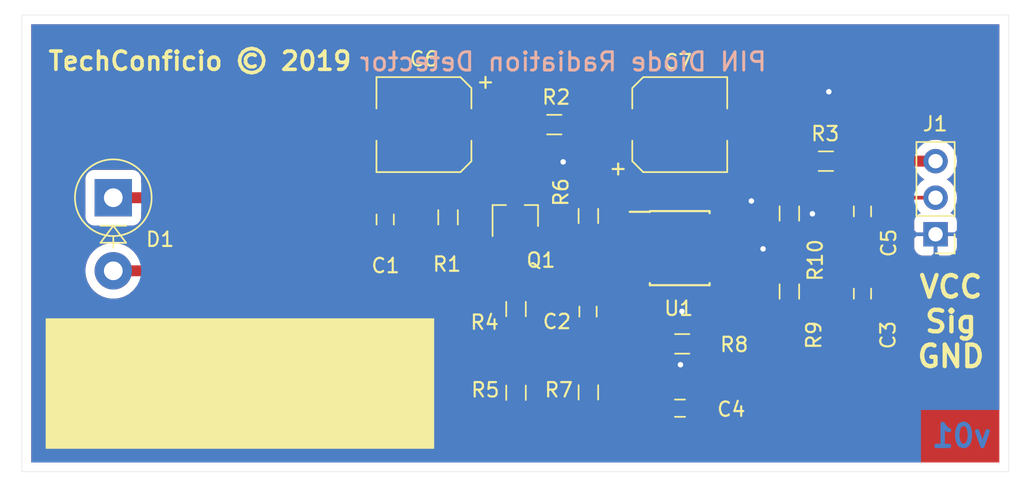
<source format=kicad_pcb>
(kicad_pcb (version 20221018) (generator pcbnew)
  (title_block (title "PIN Diode Radiation Detector Breakout") (rev "1") (comment 2 "creativecommons.org/licenses/by/4.0/") (comment 3 "License: CC BY 4.0") (comment 4 "Author: Steven Knudsen"))
  (layers (0 "F.Cu" signal) (31 "B.Cu" signal) (34 "B.Paste" user) (35 "F.Paste" user) (36 "B.SilkS" user "B.Silkscreen") (37 "F.SilkS" user "F.Silkscreen") (38 "B.Mask" user) (39 "F.Mask" user) (44 "Edge.Cuts" user))
  (net 0 "")
  (net 1 "GND")
  (net 2 "Net-(C1-Pad1)")
  (net 3 "Net-(C2-Pad1)")
  (net 4 "Net-(C3-Pad1)")
  (net 5 "Net-(C4-Pad2)")
  (net 6 "Net-(C4-Pad1)")
  (net 7 "Net-(C5-Pad1)")
  (net 8 "Net-(C5-Pad2)")
  (net 9 "Net-(C6-Pad1)")
  (net 10 "Net-(C7-Pad1)")
  (net 11 "Net-(D1-Pad2)")
  (net 12 "Net-(Q1-Pad2)")
  (net 13 "Net-(R4-Pad1)")
  (net 14 "Net-(J1-Pad3)")
  (footprint "Capacitors_SMD:C_0603_HandSoldering" (layer "F.Cu") (at 181.5846 96.8146 90)
    (fp_text reference "C2" (at -0.696 -2.159 180) (layer "F.SilkS"))
    (fp_text value "100n")
    (fp_line (start -0.35 -0.6) (end 0.35 -0.6) (stroke (width 0.12)) (layer "F.SilkS"))
    (fp_line (start 0.35 0.6) (end -0.35 0.6) (stroke (width 0.12)) (layer "F.SilkS"))
    (pad "1" smd rect (at -0.95 0 90) (size 1.2 0.75) (layers "F.Cu" "F.Paste" "F.Mask") (net 3 "Net-(C2-Pad1)"))
    (pad "2" smd rect (at 0.95 0 90) (size 1.2 0.75) (layers "F.Cu" "F.Paste" "F.Mask") (net 1 "GND"))
  )
  (footprint "Capacitors_SMD:C_0603_HandSoldering" (layer "F.Cu") (at 200.66 95.57 90)
    (fp_text reference "C3" (at -2.8804 1.778 270) (layer "F.SilkS"))
    (fp_text value "100n")
    (fp_line (start -0.35 -0.6) (end 0.35 -0.6) (stroke (width 0.12)) (layer "F.SilkS"))
    (fp_line (start 0.35 0.6) (end -0.35 0.6) (stroke (width 0.12)) (layer "F.SilkS"))
    (pad "1" smd rect (at -0.95 0 90) (size 1.2 0.75) (layers "F.Cu" "F.Paste" "F.Mask") (net 4 "Net-(C3-Pad1)"))
    (pad "2" smd rect (at 0.95 0 90) (size 1.2 0.75) (layers "F.Cu" "F.Paste" "F.Mask") (net 1 "GND"))
  )
  (footprint "Capacitors_SMD:C_0603_HandSoldering" (layer "F.Cu") (at 187.9752 103.5304 180)
    (fp_text reference "C4" (at -3.5662 -0.0762) (layer "F.SilkS"))
    (fp_text value "47p")
    (fp_line (start -0.35 -0.6) (end 0.35 -0.6) (stroke (width 0.12)) (layer "F.SilkS"))
    (fp_line (start 0.35 0.6) (end -0.35 0.6) (stroke (width 0.12)) (layer "F.SilkS"))
    (pad "1" smd rect (at -0.95 0 180) (size 1.2 0.75) (layers "F.Cu" "F.Paste" "F.Mask") (net 6 "Net-(C4-Pad1)"))
    (pad "2" smd rect (at 0.95 0 180) (size 1.2 0.75) (layers "F.Cu" "F.Paste" "F.Mask") (net 5 "Net-(C4-Pad2)"))
  )
  (footprint "Capacitors_SMD:CP_Elec_6.3x5.8" (layer "F.Cu") (at 170.18 83.82 180)
    (fp_text reference "C6" (at 0 4.56) (layer "F.SilkS"))
    (fp_text value "100u")
    (fp_text user "+" (at -4.28 3.01) (layer "F.SilkS"))
    (fp_line (start -3.3 -2.54) (end -3.3 -1.12) (stroke (width 0.12)) (layer "F.SilkS"))
    (fp_line (start -3.3 -2.54) (end -2.54 -3.3) (stroke (width 0.12)) (layer "F.SilkS"))
    (fp_line (start -3.3 2.54) (end -3.3 1.12) (stroke (width 0.12)) (layer "F.SilkS"))
    (fp_line (start -2.54 -3.3) (end 3.3 -3.3) (stroke (width 0.12)) (layer "F.SilkS"))
    (fp_line (start -2.54 3.3) (end -3.3 2.54) (stroke (width 0.12)) (layer "F.SilkS"))
    (fp_line (start 3.3 -3.3) (end 3.3 -1.12) (stroke (width 0.12)) (layer "F.SilkS"))
    (fp_line (start 3.3 3.3) (end -2.54 3.3) (stroke (width 0.12)) (layer "F.SilkS"))
    (fp_line (start 3.3 3.3) (end 3.3 1.12) (stroke (width 0.12)) (layer "F.SilkS"))
    (pad "1" smd rect (at -2.7 0) (size 3.5 1.6) (layers "F.Cu" "F.Paste" "F.Mask") (net 9 "Net-(C6-Pad1)"))
    (pad "2" smd rect (at 2.7 0) (size 3.5 1.6) (layers "F.Cu" "F.Paste" "F.Mask") (net 1 "GND"))
  )
  (footprint "Capacitors_SMD:CP_Elec_6.3x5.8" (layer "F.Cu") (at 187.96 83.82)
    (fp_text reference "C7" (at -0.127 -4.3688) (layer "F.SilkS"))
    (fp_text value "100u")
    (fp_text user "+" (at -4.28 3.01) (layer "F.SilkS"))
    (fp_line (start -3.3 -2.54) (end -3.3 -1.12) (stroke (width 0.12)) (layer "F.SilkS"))
    (fp_line (start -3.3 -2.54) (end -2.54 -3.3) (stroke (width 0.12)) (layer "F.SilkS"))
    (fp_line (start -3.3 2.54) (end -3.3 1.12) (stroke (width 0.12)) (layer "F.SilkS"))
    (fp_line (start -2.54 -3.3) (end 3.3 -3.3) (stroke (width 0.12)) (layer "F.SilkS"))
    (fp_line (start -2.54 3.3) (end -3.3 2.54) (stroke (width 0.12)) (layer "F.SilkS"))
    (fp_line (start 3.3 -3.3) (end 3.3 -1.12) (stroke (width 0.12)) (layer "F.SilkS"))
    (fp_line (start 3.3 3.3) (end -2.54 3.3) (stroke (width 0.12)) (layer "F.SilkS"))
    (fp_line (start 3.3 3.3) (end 3.3 1.12) (stroke (width 0.12)) (layer "F.SilkS"))
    (pad "1" smd rect (at -2.7 0 180) (size 3.5 1.6) (layers "F.Cu" "F.Paste" "F.Mask") (net 10 "Net-(C7-Pad1)"))
    (pad "2" smd rect (at 2.7 0 180) (size 3.5 1.6) (layers "F.Cu" "F.Paste" "F.Mask") (net 1 "GND"))
  )
  (footprint "Diodes_ThroughHole:D_DO-201_P5.08mm_Vertical_AnodeUp" (layer "F.Cu") (at 148.59 88.9 -90)
    (fp_text reference "D1" (at 2.8956 -3.2512 180) (layer "F.SilkS"))
    (fp_text value "BPW34")
    (fp_line (start 1.947333 -0.889) (end 1.947333 0.889) (stroke (width 0.12)) (layer "F.SilkS"))
    (fp_line (start 1.947333 0) (end 3.132667 -0.889) (stroke (width 0.12)) (layer "F.SilkS"))
    (fp_line (start 2.665 0) (end 3.48 0) (stroke (width 0.12)) (layer "F.SilkS"))
    (fp_line (start 3.132667 -0.889) (end 3.132667 0.889) (stroke (width 0.12)) (layer "F.SilkS"))
    (fp_line (start 3.132667 0.889) (end 1.947333 0) (stroke (width 0.12)) (layer "F.SilkS"))
    (fp_circle (center 0 0) (end 2.665 0) (stroke (width 0.12)) (fill none) (layer "F.SilkS"))
    (pad "1" thru_hole rect (at 0 0 270) (size 2.6 2.6) (drill 1.3) (layers "*.Cu" "*.Mask") (net 2 "Net-(C1-Pad1)"))
    (pad "2" thru_hole oval (at 5.08 0 270) (size 2.6 2.6) (drill 1.3) (layers "*.Cu" "*.Mask") (net 11 "Net-(D1-Pad2)"))
  )
  (footprint "Pin_Headers:Pin_Header_Straight_1x03_Pitch2.54mm" (layer "F.Cu") (at 205.74 91.44 180)
    (fp_text reference "J1" (at 0.0254 7.6708) (layer "F.SilkS"))
    (fp_text value "Conn_01x03")
    (fp_line (start -1.33 -1.33) (end 0 -1.33) (stroke (width 0.12)) (layer "F.SilkS"))
    (fp_line (start -1.33 0) (end -1.33 -1.33) (stroke (width 0.12)) (layer "F.SilkS"))
    (fp_line (start -1.33 1.27) (end -1.33 6.41) (stroke (width 0.12)) (layer "F.SilkS"))
    (fp_line (start -1.33 1.27) (end 1.33 1.27) (stroke (width 0.12)) (layer "F.SilkS"))
    (fp_line (start -1.33 6.41) (end 1.33 6.41) (stroke (width 0.12)) (layer "F.SilkS"))
    (fp_line (start 1.33 1.27) (end 1.33 6.41) (stroke (width 0.12)) (layer "F.SilkS"))
    (pad "1" thru_hole rect (at 0 0 180) (size 1.7 1.7) (drill 1) (layers "*.Cu" "*.Mask") (net 1 "GND"))
    (pad "2" thru_hole oval (at 0 2.54 180) (size 1.7 1.7) (drill 1) (layers "*.Cu" "*.Mask") (net 7 "Net-(C5-Pad1)"))
    (pad "3" thru_hole oval (at 0 5.08 180) (size 1.7 1.7) (drill 1) (layers "*.Cu" "*.Mask") (net 14 "Net-(J1-Pad3)"))
  )
  (footprint "TO_SOT_Packages_SMD:SOT-23" (layer "F.Cu") (at 176.53 90.17 90)
    (fp_text reference "Q1" (at -3.0734 1.778 180) (layer "F.SilkS"))
    (fp_text value "MMBF4392LT1G")
    (fp_line (start 0.76 -1.58) (end -1.4 -1.58) (stroke (width 0.12)) (layer "F.SilkS"))
    (fp_line (start 0.76 -1.58) (end 0.76 -0.65) (stroke (width 0.12)) (layer "F.SilkS"))
    (fp_line (start 0.76 1.58) (end -0.7 1.58) (stroke (width 0.12)) (layer "F.SilkS"))
    (fp_line (start 0.76 1.58) (end 0.76 0.65) (stroke (width 0.12)) (layer "F.SilkS"))
    (pad "1" smd rect (at -1 -0.95 90) (size 0.9 0.8) (layers "F.Cu" "F.Paste" "F.Mask") (net 11 "Net-(D1-Pad2)"))
    (pad "2" smd rect (at -1 0.95 90) (size 0.9 0.8) (layers "F.Cu" "F.Paste" "F.Mask") (net 12 "Net-(Q1-Pad2)"))
    (pad "3" smd rect (at 1 0 90) (size 0.9 0.8) (layers "F.Cu" "F.Paste" "F.Mask") (net 9 "Net-(C6-Pad1)"))
  )
  (footprint "Resistors_SMD:R_0603_HandSoldering" (layer "F.Cu") (at 171.8564 90.2638 -90)
    (fp_text reference "R1" (at 3.259 0.0762 180) (layer "F.SilkS"))
    (fp_text value "1M")
    (fp_line (start -0.5 -0.68) (end 0.5 -0.68) (stroke (width 0.12)) (layer "F.SilkS"))
    (fp_line (start 0.5 0.68) (end -0.5 0.68) (stroke (width 0.12)) (layer "F.SilkS"))
    (pad "1" smd rect (at -1.1 0 270) (size 1.2 0.9) (layers "F.Cu" "F.Paste" "F.Mask") (net 9 "Net-(C6-Pad1)"))
    (pad "2" smd rect (at 1.1 0 270) (size 1.2 0.9) (layers "F.Cu" "F.Paste" "F.Mask") (net 2 "Net-(C1-Pad1)"))
  )
  (footprint "Resistors_SMD:R_0603_HandSoldering" (layer "F.Cu") (at 198.12 86.36 180)
    (fp_text reference "R3" (at 0.0508 1.905) (layer "F.SilkS"))
    (fp_text value "100R")
    (fp_line (start -0.5 -0.68) (end 0.5 -0.68) (stroke (width 0.12)) (layer "F.SilkS"))
    (fp_line (start 0.5 0.68) (end -0.5 0.68) (stroke (width 0.12)) (layer "F.SilkS"))
    (pad "1" smd rect (at -1.1 0 180) (size 1.2 0.9) (layers "F.Cu" "F.Paste" "F.Mask") (net 14 "Net-(J1-Pad3)"))
    (pad "2" smd rect (at 1.1 0 180) (size 1.2 0.9) (layers "F.Cu" "F.Paste" "F.Mask") (net 10 "Net-(C7-Pad1)"))
  )
  (footprint "Resistors_SMD:R_0603_HandSoldering" (layer "F.Cu") (at 176.5808 96.6392 90)
    (fp_text reference "R4" (at -0.9222 -2.1844 180) (layer "F.SilkS"))
    (fp_text value "10M")
    (fp_line (start -0.5 -0.68) (end 0.5 -0.68) (stroke (width 0.12)) (layer "F.SilkS"))
    (fp_line (start 0.5 0.68) (end -0.5 0.68) (stroke (width 0.12)) (layer "F.SilkS"))
    (pad "1" smd rect (at -1.1 0 90) (size 1.2 0.9) (layers "F.Cu" "F.Paste" "F.Mask") (net 13 "Net-(R4-Pad1)"))
    (pad "2" smd rect (at 1.1 0 90) (size 1.2 0.9) (layers "F.Cu" "F.Paste" "F.Mask") (net 11 "Net-(D1-Pad2)"))
  )
  (footprint "Resistors_SMD:R_0603_HandSoldering" (layer "F.Cu") (at 176.5808 102.4558 90)
    (fp_text reference "R5" (at 0.1954 -2.1336 180) (layer "F.SilkS"))
    (fp_text value "10M")
    (fp_line (start -0.5 -0.68) (end 0.5 -0.68) (stroke (width 0.12)) (layer "F.SilkS"))
    (fp_line (start 0.5 0.68) (end -0.5 0.68) (stroke (width 0.12)) (layer "F.SilkS"))
    (pad "1" smd rect (at -1.1 0 90) (size 1.2 0.9) (layers "F.Cu" "F.Paste" "F.Mask") (net 1 "GND"))
    (pad "2" smd rect (at 1.1 0 90) (size 1.2 0.9) (layers "F.Cu" "F.Paste" "F.Mask") (net 13 "Net-(R4-Pad1)"))
  )
  (footprint "Resistors_SMD:R_0603_HandSoldering" (layer "F.Cu") (at 181.61 90.17 90)
    (fp_text reference "R6" (at 1.651 -1.905 90) (layer "F.SilkS"))
    (fp_text value "4k7")
    (fp_line (start -0.5 -0.68) (end 0.5 -0.68) (stroke (width 0.12)) (layer "F.SilkS"))
    (fp_line (start 0.5 0.68) (end -0.5 0.68) (stroke (width 0.12)) (layer "F.SilkS"))
    (pad "1" smd rect (at -1.1 0 90) (size 1.2 0.9) (layers "F.Cu" "F.Paste" "F.Mask") (net 1 "GND"))
    (pad "2" smd rect (at 1.1 0 90) (size 1.2 0.9) (layers "F.Cu" "F.Paste" "F.Mask") (net 12 "Net-(Q1-Pad2)"))
  )
  (footprint "Resistors_SMD:R_0603_HandSoldering" (layer "F.Cu") (at 181.61 102.4304 -90)
    (fp_text reference "R7" (at -0.17 2.0574 180) (layer "F.SilkS"))
    (fp_text value "10k")
    (fp_line (start -0.5 -0.68) (end 0.5 -0.68) (stroke (width 0.12)) (layer "F.SilkS"))
    (fp_line (start 0.5 0.68) (end -0.5 0.68) (stroke (width 0.12)) (layer "F.SilkS"))
    (pad "1" smd rect (at -1.1 0 270) (size 1.2 0.9) (layers "F.Cu" "F.Paste" "F.Mask") (net 3 "Net-(C2-Pad1)"))
    (pad "2" smd rect (at 1.1 0 270) (size 1.2 0.9) (layers "F.Cu" "F.Paste" "F.Mask") (net 5 "Net-(C4-Pad2)"))
  )
  (footprint "Resistors_SMD:R_0603_HandSoldering" (layer "F.Cu") (at 188.13 99.06)
    (fp_text reference "R8" (at 3.6146 0.0508) (layer "F.SilkS"))
    (fp_text value "330k")
    (fp_line (start -0.5 -0.68) (end 0.5 -0.68) (stroke (width 0.12)) (layer "F.SilkS"))
    (fp_line (start 0.5 0.68) (end -0.5 0.68) (stroke (width 0.12)) (layer "F.SilkS"))
    (pad "1" smd rect (at -1.1 0) (size 1.2 0.9) (layers "F.Cu" "F.Paste" "F.Mask") (net 5 "Net-(C4-Pad2)"))
    (pad "2" smd rect (at 1.1 0) (size 1.2 0.9) (layers "F.Cu" "F.Paste" "F.Mask") (net 6 "Net-(C4-Pad1)"))
  )
  (footprint "Resistors_SMD:R_0603_HandSoldering" (layer "F.Cu") (at 195.58 95.42 90)
    (fp_text reference "R9" (at -3.0304 1.7018 90) (layer "F.SilkS"))
    (fp_text value "10k")
    (fp_line (start -0.5 -0.68) (end 0.5 -0.68) (stroke (width 0.12)) (layer "F.SilkS"))
    (fp_line (start 0.5 0.68) (end -0.5 0.68) (stroke (width 0.12)) (layer "F.SilkS"))
    (pad "1" smd rect (at -1.1 0 90) (size 1.2 0.9) (layers "F.Cu" "F.Paste" "F.Mask") (net 4 "Net-(C3-Pad1)"))
    (pad "2" smd rect (at 1.1 0 90) (size 1.2 0.9) (layers "F.Cu" "F.Paste" "F.Mask") (net 8 "Net-(C5-Pad2)"))
  )
  (footprint "Resistors_SMD:R_0603_HandSoldering" (layer "F.Cu") (at 195.58 90 90)
    (fp_text reference "R10" (at -3.2434 1.8034 90) (layer "F.SilkS"))
    (fp_text value "330k")
    (fp_line (start -0.5 -0.68) (end 0.5 -0.68) (stroke (width 0.12)) (layer "F.SilkS"))
    (fp_line (start 0.5 0.68) (end -0.5 0.68) (stroke (width 0.12)) (layer "F.SilkS"))
    (pad "1" smd rect (at -1.1 0 90) (size 1.2 0.9) (layers "F.Cu" "F.Paste" "F.Mask") (net 8 "Net-(C5-Pad2)"))
    (pad "2" smd rect (at 1.1 0 90) (size 1.2 0.9) (layers "F.Cu" "F.Paste" "F.Mask") (net 7 "Net-(C5-Pad1)"))
  )
  (footprint "Housings_SOIC:SOIC-8_3.9x4.9mm_Pitch1.27mm" (layer "F.Cu") (at 187.96 92.4052)
    (fp_text reference "U1" (at -0.0762 4.191) (layer "F.SilkS"))
    (fp_text value "LM358DR")
    (fp_line (start -2.075 -2.575) (end -2.075 -2.525) (stroke (width 0.15)) (layer "F.SilkS"))
    (fp_line (start -2.075 -2.575) (end 2.075 -2.575) (stroke (width 0.15)) (layer "F.SilkS"))
    (fp_line (start -2.075 -2.525) (end -3.475 -2.525) (stroke (width 0.15)) (layer "F.SilkS"))
    (fp_line (start -2.075 2.575) (end -2.075 2.43) (stroke (width 0.15)) (layer "F.SilkS"))
    (fp_line (start -2.075 2.575) (end 2.075 2.575) (stroke (width 0.15)) (layer "F.SilkS"))
    (fp_line (start 2.075 -2.575) (end 2.075 -2.43) (stroke (width 0.15)) (layer "F.SilkS"))
    (fp_line (start 2.075 2.575) (end 2.075 2.43) (stroke (width 0.15)) (layer "F.SilkS"))
    (pad "1" smd rect (at -2.7 -1.905) (size 1.55 0.6) (layers "F.Cu" "F.Paste" "F.Mask") (net 6 "Net-(C4-Pad1)"))
    (pad "2" smd rect (at -2.7 -0.635) (size 1.55 0.6) (layers "F.Cu" "F.Paste" "F.Mask") (net 12 "Net-(Q1-Pad2)"))
    (pad "3" smd rect (at -2.7 0.635) (size 1.55 0.6) (layers "F.Cu" "F.Paste" "F.Mask") (net 5 "Net-(C4-Pad2)"))
    (pad "4" smd rect (at -2.7 1.905) (size 1.55 0.6) (layers "F.Cu" "F.Paste" "F.Mask") (net 1 "GND"))
    (pad "5" smd rect (at 2.7 1.905) (size 1.55 0.6) (layers "F.Cu" "F.Paste" "F.Mask") (net 8 "Net-(C5-Pad2)"))
    (pad "6" smd rect (at 2.7 0.635) (size 1.55 0.6) (layers "F.Cu" "F.Paste" "F.Mask") (net 6 "Net-(C4-Pad1)"))
    (pad "7" smd rect (at 2.7 -0.635) (size 1.55 0.6) (layers "F.Cu" "F.Paste" "F.Mask") (net 7 "Net-(C5-Pad1)"))
    (pad "8" smd rect (at 2.7 -1.905) (size 1.55 0.6) (layers "F.Cu" "F.Paste" "F.Mask") (net 10 "Net-(C7-Pad1)"))
  )
  (footprint "Resistors_SMD:R_0603_HandSoldering" (layer "F.Cu") (at 179.24 83.82 180)
    (fp_text reference "R2" (at -0.1348 1.905) (layer "F.SilkS"))
    (fp_text value "2k")
    (fp_line (start -0.5 -0.68) (end 0.5 -0.68) (stroke (width 0.12)) (layer "F.SilkS"))
    (fp_line (start 0.5 0.68) (end -0.5 0.68) (stroke (width 0.12)) (layer "F.SilkS"))
    (pad "1" smd rect (at -1.1 0 180) (size 1.2 0.9) (layers "F.Cu" "F.Paste" "F.Mask") (net 10 "Net-(C7-Pad1)"))
    (pad "2" smd rect (at 1.1 0 180) (size 1.2 0.9) (layers "F.Cu" "F.Paste" "F.Mask") (net 9 "Net-(C6-Pad1)"))
  )
  (footprint "Capacitors_SMD:C_0603_HandSoldering" (layer "F.Cu") (at 167.4876 90.4138 90)
    (fp_text reference "C1" (at -3.2106 0.0254 180) (layer "F.SilkS"))
    (fp_text value "100n")
    (fp_line (start -0.35 -0.6) (end 0.35 -0.6) (stroke (width 0.12)) (layer "F.SilkS"))
    (fp_line (start 0.35 0.6) (end -0.35 0.6) (stroke (width 0.12)) (layer "F.SilkS"))
    (pad "1" smd rect (at -0.95 0 90) (size 1.2 0.75) (layers "F.Cu" "F.Paste" "F.Mask") (net 2 "Net-(C1-Pad1)"))
    (pad "2" smd rect (at 0.95 0 90) (size 1.2 0.75) (layers "F.Cu" "F.Paste" "F.Mask") (net 1 "GND"))
  )
  (footprint "Capacitors_SMD:C_0603_HandSoldering" (layer "F.Cu") (at 200.66 89.85 -90)
    (fp_text reference "C5" (at 2.1996 -1.8288 270) (layer "F.SilkS"))
    (fp_text value "47p")
    (fp_line (start -0.35 -0.6) (end 0.35 -0.6) (stroke (width 0.12)) (layer "F.SilkS"))
    (fp_line (start 0.35 0.6) (end -0.35 0.6) (stroke (width 0.12)) (layer "F.SilkS"))
    (pad "1" smd rect (at -0.95 0 270) (size 1.2 0.75) (layers "F.Cu" "F.Paste" "F.Mask") (net 7 "Net-(C5-Pad1)"))
    (pad "2" smd rect (at 0.95 0 270) (size 1.2 0.75) (layers "F.Cu" "F.Paste" "F.Mask") (net 8 "Net-(C5-Pad2)"))
  )
  (gr_line (start 210.82 76.2) (end 210.82 107.95) (stroke (width 0.0254)) (layer "Edge.Cuts"))
  (gr_line (start 142.24 107.95) (end 142.24 76.2) (stroke (width 0.0254)) (layer "Edge.Cuts"))
  (gr_line (start 210.82 107.95) (end 142.24 107.95) (stroke (width 0.0254)) (layer "Edge.Cuts"))
  (gr_line (start 142.24 76.2) (end 210.82 76.2) (stroke (width 0.0254)) (layer "Edge.Cuts"))
  (gr_text "v01" (at 207.5434 105.4608) (layer "B.Cu") (effects (font (size 1.524 1.524) (thickness 0.3048)) (justify mirror)))
  (gr_text "PIN Diode Radiation Detector" (at 179.8574 79.4512) (layer "B.SilkS") (effects (font (size 1.27 1.27) (thickness 0.2032)) (justify mirror)))
  (gr_text "TechConficio © 2019" (at 154.6098 79.4004) (layer "F.SilkS") (effects (font (size 1.27 1.27) (thickness 0.25))))
  (gr_text "VCC\nSig\nGND" (at 206.8068 97.5106) (layer "F.SilkS") (effects (font (size 1.5 1.5) (thickness 0.3))))
  (segment (start 176.5808 103.4058) (end 176.5808 103.5558) (width 0.254) (layer "F.Cu") (net 1))
  (segment (start 184.231 94.3102) (end 185.26 94.3102) (width 0.254) (layer "F.Cu") (net 1))
  (segment (start 167.48 89.4562) (end 167.4876 89.4638) (width 0.254) (layer "F.Cu") (net 1))
  (segment (start 181.5846 95.8646) (end 181.5846 95.0106) (width 0.254) (layer "F.Cu") (net 1))
  (segment (start 167.48 89.314) (end 167.4876 89.3216) (width 0.254) (layer "F.Cu") (net 1))
  (segment (start 200.66 93.726) (end 200.66 94.62) (width 0.254) (layer "F.Cu") (net 1))
  (segment (start 181.5846 95.8646) (end 181.5846 96.0896) (width 0.254) (layer "F.Cu") (net 1))
  (via (at 188.1124 96.7994) (size 0.762) (drill 0.381) (layers "F.Cu" "B.Cu") (net 1))
  (via (at 179.8574 86.4108) (size 0.762) (drill 0.381) (layers "F.Cu" "B.Cu") (net 1))
  (via (at 197.1802 90.0176) (size 0.762) (drill 0.381) (layers "F.Cu" "B.Cu") (net 1))
  (via (at 198.3232 81.534) (size 0.762) (drill 0.381) (layers "F.Cu" "B.Cu") (net 1))
  (via (at 188.0108 100.5078) (size 0.762) (drill 0.381) (layers "F.Cu" "B.Cu") (net 1))
  (via (at 192.9384 89.1286) (size 0.762) (drill 0.381) (layers "F.Cu" "B.Cu") (net 1))
  (via (at 193.7512 92.456) (size 0.762) (drill 0.381) (layers "F.Cu" "B.Cu") (net 1))
  (segment (start 198.3232 81.534) (end 198.3232 87.6808) (width 0.254) (layer "B.Cu") (net 1))
  (segment (start 192.4558 92.456) (end 188.1124 96.7994) (width 0.254) (layer "B.Cu") (net 1))
  (segment (start 198.3232 87.6808) (end 198.4248 87.7824) (width 0.254) (layer "B.Cu") (net 1))
  (segment (start 188.1124 94.6658) (end 179.8574 86.4108) (width 0.254) (layer "B.Cu") (net 1))
  (segment (start 188.1124 96.7994) (end 188.1124 94.6658) (width 0.254) (layer "B.Cu") (net 1))
  (segment (start 198.4248 87.7824) (end 193.7512 92.456) (width 0.254) (layer "B.Cu") (net 1))
  (segment (start 193.7512 92.456) (end 192.4558 92.456) (width 0.254) (layer "B.Cu") (net 1))
  (segment (start 171.8564 91.3638) (end 167.4876 91.3638) (width 0.762) (layer "F.Cu") (net 2))
  (segment (start 158.9024 91.3638) (end 156.4386 88.9) (width 0.762) (layer "F.Cu") (net 2))
  (segment (start 156.4386 88.9) (end 148.59 88.9) (width 0.762) (layer "F.Cu") (net 2))
  (segment (start 167.4876 91.3638) (end 158.9024 91.3638) (width 0.762) (layer "F.Cu") (net 2))
  (segment (start 181.61 97.79) (end 181.5846 97.7646) (width 0.254) (layer "F.Cu") (net 3))
  (segment (start 181.61 101.3304) (end 181.61 97.79) (width 0.254) (layer "F.Cu") (net 3))
  (segment (start 200.66 96.52) (end 195.58 96.52) (width 0.254) (layer "F.Cu") (net 4))
  (segment (start 186.289 93.0402) (end 185.26 93.0402) (width 0.254) (layer "F.Cu") (net 5))
  (segment (start 187.03 103.5256) (end 187.0252 103.5304) (width 0.254) (layer "F.Cu") (net 5))
  (segment (start 187.03 99.06) (end 187.03 93.7812) (width 0.254) (layer "F.Cu") (net 5))
  (segment (start 187.03 99.06) (end 187.03 103.5256) (width 0.254) (layer "F.Cu") (net 5))
  (segment (start 181.61 103.5304) (end 187.0252 103.5304) (width 0.254) (layer "F.Cu") (net 5))
  (segment (start 187.03 93.7812) (end 186.289 93.0402) (width 0.254) (layer "F.Cu") (net 5))
  (segment (start 189.23 93.0656) (end 189.2046 93.0402) (width 0.254) (layer "F.Cu") (net 6))
  (segment (start 185.735 90.5002) (end 188.275 93.0402) (width 0.254) (layer "F.Cu") (net 6))
  (segment (start 189.23 99.06) (end 189.23 93.0656) (width 0.254) (layer "F.Cu") (net 6))
  (segment (start 189.23 99.06) (end 189.23 100.4316) (width 0.254) (layer "F.Cu") (net 6))
  (segment (start 189.631 93.0402) (end 190.66 93.0402) (width 0.254) (layer "F.Cu") (net 6))
  (segment (start 190.185 93.0402) (end 190.66 93.0402) (width 0.254) (layer "F.Cu") (net 6))
  (segment (start 188.275 93.0402) (end 189.2046 93.0402) (width 0.254) (layer "F.Cu") (net 6))
  (segment (start 189.23 100.4316) (end 188.9252 100.7364) (width 0.254) (layer "F.Cu") (net 6))
  (segment (start 185.26 90.5002) (end 185.735 90.5002) (width 0.254) (layer "F.Cu") (net 6))
  (segment (start 188.9252 100.7364) (end 188.9252 103.5304) (width 0.254) (layer "F.Cu") (net 6))
  (segment (start 189.2046 93.0402) (end 189.631 93.0402) (width 0.254) (layer "F.Cu") (net 6))
  (segment (start 200.66 88.9) (end 195.58 88.9) (width 0.254) (layer "F.Cu") (net 7))
  (segment (start 205.74 88.9) (end 200.66 88.9) (width 0.254) (layer "F.Cu") (net 7))
  (segment (start 191.689 91.7702) (end 190.66 91.7702) (width 0.254) (layer "F.Cu") (net 7))
  (segment (start 194.876 88.9) (end 192.0058 91.7702) (width 0.254) (layer "F.Cu") (net 7))
  (segment (start 192.0058 91.7702) (end 191.689 91.7702) (width 0.254) (layer "F.Cu") (net 7))
  (segment (start 195.58 88.9) (end 194.876 88.9) (width 0.254) (layer "F.Cu") (net 7))
  (segment (start 195.58 91.1) (end 200.36 91.1) (width 0.254) (layer "F.Cu") (net 8))
  (segment (start 190.6698 94.32) (end 190.66 94.3102) (width 0.254) (layer "F.Cu") (net 8))
  (segment (start 195.58 94.32) (end 190.6698 94.32) (width 0.254) (layer "F.Cu") (net 8))
  (segment (start 200.36 91.1) (end 200.66 90.8) (width 0.254) (layer "F.Cu") (net 8))
  (segment (start 195.58 94.32) (end 195.58 91.1) (width 0.254) (layer "F.Cu") (net 8))
  (segment (start 172.88 83.82) (end 172.88 88.1402) (width 0.762) (layer "F.Cu") (net 9))
  (segment (start 172.88 83.82) (end 173.83 83.82) (width 0.254) (layer "F.Cu") (net 9))
  (segment (start 178.14 83.82) (end 172.88 83.82) (width 0.762) (layer "F.Cu") (net 9))
  (segment (start 171.8626 89.17) (end 171.8564 89.1638) (width 0.254) (layer "F.Cu") (net 9))
  (segment (start 172.88 88.1402) (end 171.8564 89.1638) (width 0.762) (layer "F.Cu") (net 9))
  (segment (start 176.53 89.17) (end 171.8626 89.17) (width 0.254) (layer "F.Cu") (net 9))
  (segment (start 177.99 83.82) (end 178.14 83.82) (width 0.254) (layer "F.Cu") (net 9))
  (segment (start 190.66 90.5002) (end 190.66 88.27) (width 0.762) (layer "F.Cu") (net 10))
  (segment (start 193.7382 86.36) (end 190.66 89.4382) (width 0.762) (layer "F.Cu") (net 10))
  (segment (start 186.21 83.82) (end 185.26 83.82) (width 0.762) (layer "F.Cu") (net 10))
  (segment (start 190.66 90.5002) (end 190.185 90.5002) (width 0.254) (layer "F.Cu") (net 10))
  (segment (start 190.66 88.27) (end 186.21 83.82) (width 0.762) (layer "F.Cu") (net 10))
  (segment (start 185.26 83.82) (end 180.34 83.82) (width 0.762) (layer "F.Cu") (net 10))
  (segment (start 197.02 86.36) (end 193.7382 86.36) (width 0.762) (layer "F.Cu") (net 10))
  (segment (start 190.66 89.4382) (end 190.66 90.5002) (width 0.762) (layer "F.Cu") (net 10))
  (segment (start 160.3346 95.5392) (end 176.5808 95.5392) (width 0.762) (layer "F.Cu") (net 11))
  (segment (start 158.7754 93.98) (end 160.3346 95.5392) (width 0.762) (layer "F.Cu") (net 11))
  (segment (start 175.58 91.17) (end 175.58 94.5384) (width 0.762) (layer "F.Cu") (net 11))
  (segment (start 176.5808 95.3892) (end 176.5808 95.5392) (width 0.254) (layer "F.Cu") (net 11))
  (segment (start 148.59 93.98) (end 158.7754 93.98) (width 0.762) (layer "F.Cu") (net 11))
  (segment (start 175.58 94.5384) (end 176.5808 95.5392) (width 0.762) (layer "F.Cu") (net 11))
  (segment (start 181.61 89.22) (end 184.1602 91.7702) (width 0.254) (layer "F.Cu") (net 12))
  (segment (start 177.48 91.17) (end 179.66 91.17) (width 0.254) (layer "F.Cu") (net 12))
  (segment (start 179.66 91.17) (end 181.61 89.22) (width 0.254) (layer "F.Cu") (net 12))
  (segment (start 184.231 91.7702) (end 185.26 91.7702) (width 0.254) (layer "F.Cu") (net 12))
  (segment (start 181.61 89.07) (end 181.61 89.22) (width 0.254) (layer "F.Cu") (net 12))
  (segment (start 184.1602 91.7702) (end 184.231 91.7702) (width 0.254) (layer "F.Cu") (net 12))
  (segment (start 176.5808 97.7392) (end 176.5808 101.3558) (width 0.762) (layer "F.Cu") (net 13))
  (segment (start 176.5808 101.3558) (end 176.5808 100.5018) (width 0.254) (layer "F.Cu") (net 13))
  (segment (start 205.74 86.36) (end 199.22 86.36) (width 0.762) (layer "F.Cu") (net 14))
  (segment (start 205.74 86.36) (end 204.537919 86.36) (width 0.254) (layer "F.Cu") (net 14))
  (zone (net 1) (net_name "GND") (layer "F.Cu") (connect_pads (clearance 0.508)) (min_thickness 0.254) (fill yes (thermal_gap 0.508) (thermal_bridge_width 0.508))
    (polygon (pts (xy 211.8106 75.3872) (xy 140.7922 75.1586) (xy 140.716 109.1438) (xy 211.8868 109.1438) (xy 211.7344 75.438)))
  )
  (zone (net 1) (net_name "GND") (layer "B.Cu") (connect_pads (clearance 0.508)) (min_thickness 0.254) (fill yes (thermal_gap 0.508) (thermal_bridge_width 0.508))
    (polygon (pts (xy 211.4296 75.6158) (xy 211.4296 108.585) (xy 141.224 108.6866) (xy 141.1478 75.3872) (xy 211.3788 75.6666)))
  )
  (zone (net 0) (net_name "") (layer "F.SilkS") (connect_pads (clearance 0.508)) (min_thickness 0.254) (fill yes (thermal_gap 0.508) (thermal_bridge_width 0.508))
    (polygon (pts (xy 143.764 97.1042) (xy 143.764 106.4768) (xy 171.0182 106.4768) (xy 171.0182 97.155) (xy 143.7386 97.155)))
  )
)
</source>
